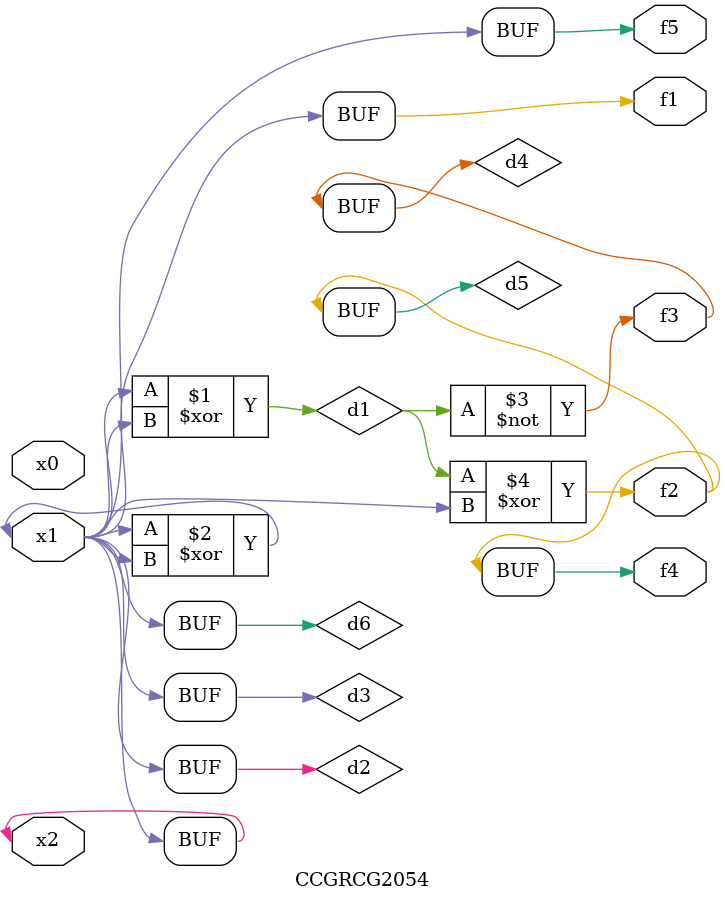
<source format=v>
module CCGRCG2054(
	input x0, x1, x2,
	output f1, f2, f3, f4, f5
);

	wire d1, d2, d3, d4, d5, d6;

	xor (d1, x1, x2);
	buf (d2, x1, x2);
	xor (d3, x1, x2);
	nor (d4, d1);
	xor (d5, d1, d2);
	buf (d6, d2, d3);
	assign f1 = d6;
	assign f2 = d5;
	assign f3 = d4;
	assign f4 = d5;
	assign f5 = d6;
endmodule

</source>
